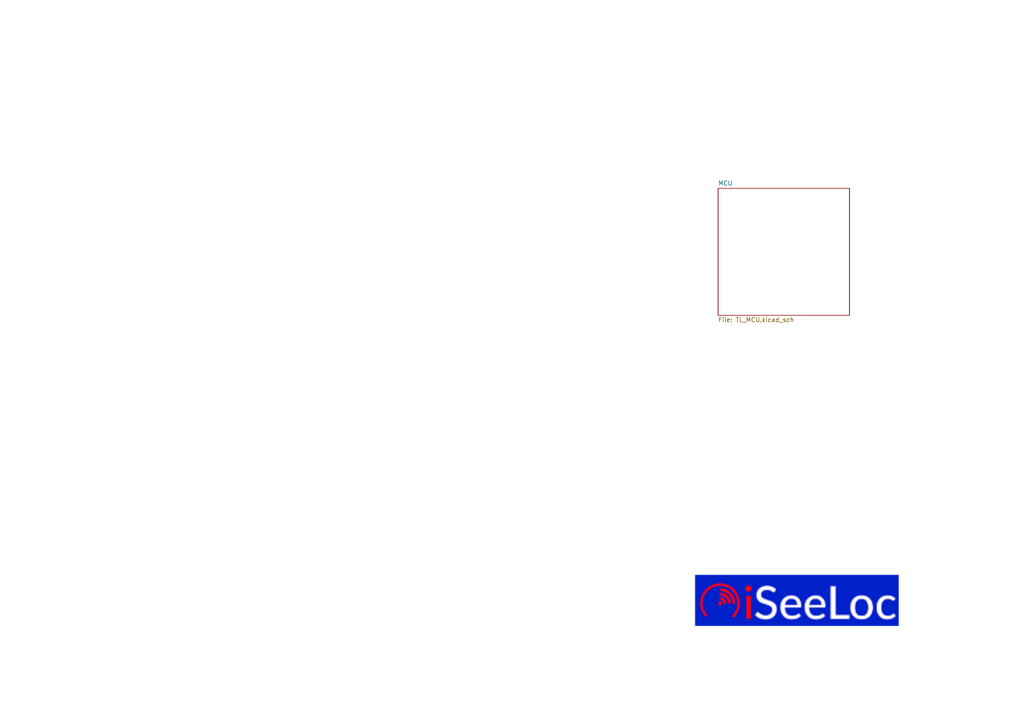
<source format=kicad_sch>
(kicad_sch
	(version 20231120)
	(generator "eeschema")
	(generator_version "8.0")
	(uuid "347476da-4c33-47fa-b78f-cac7ce401afd")
	(paper "A4")
	(lib_symbols)
	(image
		(at 231.14 173.99)
		(scale 3.98791)
		(uuid "3b13d52f-27c9-4db2-82c8-0009ae2be871")
		(data "Qk26XQAAAAAAADYAAAAoAAAAsQAAAC0AAAABABgAAAAAAIRdAAAAAAAAAAAAAAAAAAAAAAAA////"
			"yiAAyiAAyiAAyiAAyiAAyiAAyiAAyiAAyiAAyiAAyiAAyiAAyiAAyiAAyiAAyiAAyiAAyiAAyiAA"
			"yiAAyiAAyiAAyiAAyiAAyiAAyiAAyiAAyiAAyiAAyiAAyiAAyiAAyiAAyiAAyiAAyiAAyiAAyiAA"
			"yiAAyiAAyiAAyiAAyiAAyiAAyiAAyiAAyiAAyiAAyiAAyiAAyiAAyiAAyiAAyiAAyiAAyiAAyiAA"
			"yiAAyiAAyiAAyiAAyiAAyiAAyiAAyiAAyiAAyiAAyiAAyiAAyiAAyiAAyiAAyiAAyiAAyiAAyiAA"
			"yiAAyiAAyiAAyiAAyiAAyiAAyiAAyiAAyiAAyiAAyiAAyiAAyiAAyiAAyiAAyiAAyiAAyiAAyiAA"
			"yiAAyiAAyiAAyiAAyiAAyiAAyiAAyiAAyiAAyiAAyiAAyiAAyiAAyiAAyiAAyiAAyiAAyiAAyiAA"
			"yiAAyiAAyiAAyiAAyiAAyiAAyiAAyiAAyiAAyiAAyiAAyiAAyiAAyiAAyiAAyiAAyiAAyiAAyiAA"
			"yiAAyiAAyiAAyiAAyiAAyiAAyiAAyiAAyiAAyiAAyiAAyiAAyiAAyiAAyiAAyiAAyiAAyiAAyiAA"
			"yiAAyiAAyiAAyiAAyiAAyiAAyiAAyiAAyiAAyiAAyiAAyiAAyiAAyiAAyiAAyiAAyiAAyiAAyiAA"
			"yiAAyiAAyiAAyiAA////AP///8ogAMogAMogAMogAMogAMogAMogAMogAMogAMogAMogAMogAMog"
			"AMogAMogAMogAMogAMogAMogAMogAMogAMogAMogAMogAMogAMogAMogAMogAMogAMogAMogAMog"
			"AMogAMogAMogAMogAMogAMogAMogAMogAMogAMogAMogAMogAMogAMogAMogAMogAMogAMogAMog"
			"AMogAMogAMogAMogAMogAMogAMogAMogAMogAMogAMogAMogAMogAMogAMogAMogAMogAMogAMog"
			"AMogAMogAMogAMogAMogAMogAMogAMogAMogAMogAMogAMogAMogAMogAMogAMogAMogAMogAMog"
			"AMogAMogAMogAMogAMogAMogAMogAMogAMogAMogAMogAMogAMogAMogAMogAMogAMogAMogAMog"
			"AMogAMogAMogAMogAMogAMogAMogAMogAMogAMogAMogAMogAMogAMogAMogAMogAMogAMogAMog"
			"AMogAMogAMogAMogAMogAMogAMogAMogAMogAMogAMogAMogAMogAMogAMogAMogAMogAMogAMog"
			"AMogAMogAMogAMogAMogAMogAMogAMogAMogAMogAMogAMogAMogAMogAMogAMogAMogAMogAMog"
			"AMogAMogAMogAMogAMogAMogAMogAMogAMogAMogAP///wD////KIADKIADKIADKIADKIADKIADK"
			"IADKIADKIADKIADKIADKIADKIADKIADKIADKIADKIADKIADKIADKIADKIADKIADKIADKIADKIADK"
			"IADKIADKIADKIADKIADKIADKIADKIADKIADKIADKIADKIADKIADKIADKIADKIADKIADKIADKIADK"
			"IADKIADKIADKIADKIADKIADKIADKIADKIADKIADKIADKIADKIADKIADKIADKIADKIADKIADKIADK"
			"IADKIADKIADKIADKIADKIADKIADKIADKIADKIADKIADKIADKIADKIADKIADKIADKIADKIADKIADK"
			"IADKIADKIADKIADKIADKIADKIADKIADKIADKIADKIADKIADKIADKIADKIADKIADKIADKIADKIADK"
			"IADKIADKIADKIADKIADKIADKIADKIADKIADKIADKIADKIADKIADKIADKIADKIADKIADKIADKIADK"
			"IADKIADKIADKIADKIADKIADKIADKIADKIADKIADKIADKIADKIADKIADKIADKIADKIADKIADKIADK"
			"IADKIADKIADKIADKIADKIADKIADKIADKIADKIADKIADKIADKIADKIADKIADKIADKIADKIADKIADK"
			"IADKIADKIADKIADKIADKIADKIADKIADKIADKIADKIADKIADKIADKIADKIADKIADKIAD///8A////"
			"yiAAyiAAyiAAyiAAyiAAyiAAyiAAyiAAyiAAyiAAyiAAyiAAyiAAyiAAyiAAyiAAyiAAyiAAyiAA"
			"yiAAyiAAyiAAyiAAyiAAyiAAyiAAyiAAyiAAyiAAyiAAyiAAyiAAyiAAyiAAyiAAyiAAyiAAyiAA"
			"yiAAyiAAyiAAyiAAyiAAyiAAyiAAyiAAyiAAyiAAyiAAyiAAyiAAyiAAyiAAyiAAyiAAyiAAyiAA"
			"yiAAyiAAyiAAyiAAyiAAyiAAyiAAyiAAyiAAyiAAyiAAyiAAyiAAyiAAyiAAyiAAyiAAyiAAyiAA"
			"yiAAyiAAyiAAyiAAyiAAyiAAyiAAyiAAyiAAyiAAyiAAyiAAyiAAyiAAyiAAyiAAyiAAyiAAyiAA"
			"yiAAyiAAyiAAyiAAyiAAyiAAyiAAyiAAyiAAyiAAyiAAyiAAyiAAyiAAyiAAyiAAyiAAyiAAyiAA"
			"yiAAyiAAyiAAyiAAyiAAyiAAyiAAyiAAyiAAyiAAyiAAyiAAyiAAyiAAyiAAyiAAyiAAyiAAyiAA"
			"yiAAyiAAyiAAyiAAyiAAyiAAyiAAyiAAyiAAyiAAyiAAyiAAyiAAyiAAyiAAyiAAyiAAyiAAyiAA"
			"yiAAyiAAyiAAyiAAyiAAyiAAyiAAyiAAyiAAyiAAyiAAyiAAyiAAyiAAyiAAyiAAyiAAyiAAyiAA"
			"yiAAyiAAyiAAyiAA////AP///8ogAMogAMogAMogAMogAMogAMogAMogAMogAMogAMogAMogAMog"
			"AMogAMogAMogAMogAMogAMogAMogAMogAMogAMogAMogAMogAMogAMogAMogAMogAMogAMogAMog"
			"AMogAMogAMogAMogAMogAMogAMogAMogAMogAMogAMogAMogAMogAMogAMogAMogAMogAMogAMog"
			"AMogAMogAMogAMogAMogAMogAMogAMofAMofAMofAMofAMofAMofAMogAMogAMogAMogAMogAMog"
			"AMogAMogAMogAMogAMogAMogAMogAMogAMogAMogAMofAMofAMofAMofAMofAMofAMogAMogAMog"
			"AMogAMogAMogAMogAMogAMogAMogAMogAMogAMogAMogAMogAMofAMofAMofAMofAMofAMofAMog"
			"AMogAMogAMogAMogAMogAMogAMogAMogAMogAMogAMogAMogAMogAMogAMogAMogAMogAMogAMog"
			"AMogAMogAMogAMogAMogAMogAMogAMogAMogAMogAMogAMogAMogAMofAMofAMofAMofAMofAMof"
			"AMogAMogAMogAMogAMogAMogAMogAMogAMogAMogAMogAMogAMogAMogAMogAMogAMogAMofAMof"
			"AMofAMofAMofAMogAMogAMogAMogAMogAMogAMogAP///wD////KIADKIADKIADKIADKIADKIADK"
			"IADKIADKIADKIADKIADKIADKIADKIADKIADKIADKIADKIADKIADKIADKIADKIADKIADKIADKIADK"
			"IADKIADKIADKIADKIADKIADKIADKIADKIADKIADKIADKIADKIADKIADKIADKIADKIADKIADKIADO"
			"IADOIADOIADOIADKIADKIADKIADKIADKIADKIADKIADKIADJHADJHQDOLw7USD7XV1DVTEPPNBzJ"
			"HwDJHQDKHwDKIADKIADKIADKIADKIADKIADKIADKIADKIADKIADKIADKIADKHwDIHADKIADPNR7T"
			"RTnURDjQNiDLIgDIHADJHwDKIADKIADKIADKIADKIADKIADKIADKIADKIADKIADKIADKHwDIHADL"
			"IwDROijTRTnTQzbPMRTKHwDIHADKHwDKIADKIADKIADKIADKIADKIADKIADJHgDJHQDJHQDJHQDJ"
			"HQDJHQDJHQDJHQDJHQDJHQDJHQDJHQDJHQDJHQDJHQDJHQDKHgDKIADKIADKIADKIADKIADKIADJ"
			"HADKHwDPNBvTRDjURDjQOCTKIQDJHADKHwDKIADKIADKIADKIADKIADKIADKIADKIADKIADKIADK"
			"IADKIADKIADJHQDJHgDPNR7URDjTQzfOMxnKHwDJHADKIADKIADKIADKIADKIADKIAD///8A////"
			"yiAAyiAAyiAAyiAAyiAAyiAAyiAAyiAAyiAAyiAAyiAAyiAAyiAAyiAAyiAAyiAAyiAAyiAAyiAA"
			"yiAAyiAAyiAAyiAAyiAAyiAAyiAAyiAAyiAAyiAAyiAAyiAAyiAAyyAAyyAAyiAAyiAAyiAAyiAA"
			"yiAAyiAAyiAAyiAAyiAAySAAKwDdHwDsHwDsKwDgxx8AyiAAyiAAyiAAyiAAyh8AyiAA2WBa7LCw"
			"99/f/fj4/////////////vr6+OPj7LKy1lJKyh8AyiAAyiAAyiAAyiAAyiAAyiAAyiAAyiAAyiAA"
			"yh8AyiEA2WJd7rm5+ebn/vv7/////////vv7+uzs8cjI4oiHzzEVyR4AyiAAyiAAyiAAyiAAyiAA"
			"yiAAyiAAyh8AzCUA33d18MTE+u3t/vz8/////////fn5+efn77+/33Z0zCcAyh8AyiAAyiAAyiAA"
			"yiAAyR0A5I+N+OPj+OPj+OPj+OPj+OPj+OPj+OPj+OPj+OPj+OPj+OPj+OPj+OPj+OPj+OPj5ZWU"
			"yR0AyiAAyiAAyh8AyiAA2WFc7re3+OXl/vr6/////////vz8+uzs8MLC3XFuyiEAyh8AyiAAyiAA"
			"yiAAyiAAyiAAyiAAyiAAyiAAyiAAyR0A1Eg+66ur+OPj/vr6/////////vr6+ebm7rq63GpnyyIA"
			"yh8AyiAAyiAAyiAA////AP///8ogAMogAMogAMogAMogAMogAMogAMogAMsgAMcfAMogAMogAMog"
			"AMogAMogAMogAMogAMogAMogAMogAMogAMogAMogAMogAMogAMogAMogAMogAMogAMogAMogAMsg"
			"AJQUV40TYMsgAMogAMogAMogAMogAMogAMogAMogAMogAMkfABsA9hIA/xIA/x0A9scfAMogAMog"
			"AMogAMofANVLQfTS0////////////////////////////////////////////+mkpMwoAMofAMog"
			"AMogAMogAMogAMogAMogAMofAM8xE+24uP////////////////////////////////////////vz"
			"891vbcoiAMogAMogAMogAMogAMogAMkeANNCNvTT1P//////////////////////////////////"
			"//////jj49dTS8ogAMogAMogAMogAMkdAOeenP//////////////////////////////////////"
			"/////////////////////+ilpMkcAMogAMofAM8yFu65uf/+/v//////////////////////////"
			"//////////TV1tE9LMofAMogAMogAMogAMogAMogAMogAMofAMshAOGCgP33+P//////////////"
			"//////////////////////HJydE7KsofAMogAMogAP///wD////KIADKIADKIADKIADKIADKIADK"
			"IADMIACOE15AAL/JHwDKIADKIADKIADKIADKIADKIADKIADKIADKIADKIADKIADKIADKIADKIADK"
			"IADKIADKIADKIADKIADKIACZFVETAP8TAP+VFVXLIADKIADKIADKIADKIADKIADKIADKIADJHwAb"
			"APYSAP8SAP8dAPbHHwDKIADKIADIHADihYP//v7/////////////////////////////////////"
			"///////////////22trJHgDKIADKIADKIADKIADKIADKHwDKIAD34eH////////////////////8"
			"9/b77u7++/r////////////////////ooKDJHgDKIADKIADKIADKHwDQOSb89PT/////////////"
			"///////88/L77/D+/f3//////////////////v7ddHLJHgDKIADKIADJHQDnnpz/////////////"
			"///////////////////////////////////////////////opaTJHADKHwDLJQD34eH/////////"
			"/////////v766ur56Oj+/Pz////////////////+/f3SQjXKIADKIADKIADKIADKIADKIADJHQDk"
			"kI/////////////////////89PT34uP67e3////////////////77u7PNh/KHwDKIAD///8A////"
			"yiAAyiAAyiAAyiAAyiAAyiAAyyAAoRdFFQD/EgD/gxBuyyAAyiAAyiAAyiAAyiAAyiAAyiAAyiAA"
			"yiAAyiAAyiAAyiAAyiAAyiAAyiAAyiAAyiAAyiAAyiAAyiAAxh8AXgSbEwD/GgD0qhk2yiAAyiAA"
			"yiAAyiAAyiAAyiAAyiAAyR8AGwD2EgD/EgD/HQD2xx8AyiAAyh8A1U1E/vv7////////////////"
			"9tzc4IB+11RN1EU61U1D3W9s8MHB//////////////7+7LKyyiAAyiAAyiAAyiAAyiAAyyMA9NLS"
			"////////////+uvr3G1pzzESyyUAyyMAzCYA0Dgj4Hp4+OXl////////4H58yh4AyiAAyiAAyiAA"
			"ziwB+erq////////////9NXV2FlTzSwAyyQAyyMAzCgA0kAy5I+O+/Hx////////11hSyh8AyiAA"
			"yiAAyR0A556c////////////+eXl5JCP5JCP5JCP5JCP5JCP5JCP5JCP5JCP5JCP5JCP5JCP2WJd"
			"yh4Ayh8A8snJ////////////9tvb2FlSzCkAyyIAyyEAzCcA1Ec8887O////////////9tnayyQA"
			"yh8AyiAAyiAAyiAAyh8A2mJe/v39//////////7/6qur0TsqyyQAyyEAyiIAzzIV4H99/vv7////"
			"9djYzCgAyh8AyiAA////AP///8ogAMogAMogAMogAMogAMogAMQeAC0A2BMA/00Ar8kfAMogAMog"
			"AMogAMogAMogAMogAMogAMogAMogAMogAMogAMogAMogAMogAMogAMogAMogAMogAMogAMogAMog"
			"AMcfADYAyxIA/zYAzM0gAMogAMogAMogAMogAMogAMogAMkfABsA9hIA/xIA/x0A9scfAMogAMog"
			"AMkeAPDBwv////////ji491yb8ohAMkeAMofAMogAMofAMoeAMofAN1ua/329v///////////9VO"
			"RMofAMogAMogAMoeANpkX//9/f////////np6dA5JckeAMogAMogAMogAMogAMogAMkdAM0rAOSO"
			"juaamcsiAMogAMogAMogAMkeAOaXlv////////////PQ0MwoAMofAMogAMogAMogAMogAMofAMkd"
			"ANA4JOigoN96eMofAMogAMogAMogAMkdAOeenP////////////LIyMkdAMkdAMkdAMkdAMkdAMkd"
			"AMkdAMkdAMkdAMkdAMkdAMkeAMkeANpgW/78/P////////rq6s81HsoeAMogAMogAMogAMogAMof"
			"AMwoAPLLy////////////+aXl8ofAMogAMogAMofAMofAPTS0v///////////+ijo8kcAMofAMog"
			"AMogAMogAMogAMkeANNBM+utrdRHO8ofAMogAMogAP///wD////KIADKIADKIADKIADKIADLIABo"
			"B44SAP8ZAPbCHgDKIADKIADKIADKIADKIADKIADKIADKIADKIADKIADKIADKIADKIADKIADKIADK"
			"IADKIADKIADKIADKIADKIADKIADKIADJHwAeAO4SAP+GEWnLIADKIADKIADKIADKIADKIADJHwAb"
			"APYSAP8SAP8dAPbHHwDKIADKIADKIADTRDj77+/z0NDNKwDKHwDKIADKIADKIADKIADKIADKIADK"
			"IADKHgDllZT////////////ppqXJHQDKIADKIADKIgD339/////////+/PzUS0HKHgDKIADKIADK"
			"IADKIADKIADKIADKIADKIADKHwDJHgDKIADKIADKIADKIADPMhb+/Pz////////77u7LJQDKHwDK"
			"IADKIADKIADKIADKIADKIADKIADKIADJHgDKHwDKIADKIADKIADKIADJHQDnnpz////////////y"
			"ycnKHwDKIADKIADKIADKIADKIADKIADKIADKIADKIADKIADKIADLJAD56ur////////+/PzWUUrJ"
			"HgDKIADKIADKIADKIADKIADKIADKHwDTRzz////////////55+fKIADKIADKIADKHwDYXFb/////"
			"///////45OTLIwDKIADKIADKIADKIADKIADKIADKIADKHwDJHQDKHwDKIADKIADKIAD///8A////"
			"yiAAyiAAyiAAyiAAyiAAzSAAIADqEwD/kxRYyyAAyiAAyiAAyiAAyiAAyiAAyiAAyiAAyiAAyiAA"
			"yiAAyiAAyiAAyiAAyiAAyiAAyiAAyiAAyiAAyiAAyiAAyiAAyiAAyiAAyyAAdAyAEgD/GwDzwx4A"
			"yiAAyiAAyiAAyiAAyiAAyR8AGwD2EgD/EgD/HQD2xx8AyiAAyiAAyiAAyh8AyyQAyiEAyh8AyiAA"
			"yiAAyiAAyiAAyiAAyiAAyiAAyiAAyh8AzCkA+/Hx////////+efnyyMAyiAAyiAA1Ec9////////"
			"////8szMyBwAyiAAyiAAyiAAyiAAyiAAyiAAyiAAyiAAyiAAyiAAyiAAyiAAyiAAyiAAyh8A3W9t"
			"////////////6qqpyh0AyiAAyiAAyiAAyiAAyiAAyiAAyiAAyiAAyiAAyiAAyiAAyiAAyiAAyiAA"
			"yiAAyR0A556c////////////8snJyh8AyiAAyiAAyiAAyiAAyiAAyiAAyiAAyiAAyiAAyiAAyiAA"
			"0kAy////////////+OPjyh8AyiAAyiAAyiAAyiAAyiAAyiAAyiAAyiAAyyIA9+Hh/////////vz8"
			"00Q4yh8AyiAAyR8A7be4////////////4YB/yR4AyiAAyiAAyiAAyiAAyiAAyiAAyiAAyiAAyiAA"
			"yiAAyiAAyiAAyiAA////AP///8ogAMogAMogAMogAMsgAH8PcxMA/y4A1dAhAMogAMogAMogAMog"
			"AMogAMogAMogAMogAMogAMogAMogAMogAMogAMogAMogAMogAMogAMogAMogAMogAMogAMogAMog"
			"AMogAMogAMQfACMA5RMA/5YVVMsgAMogAMogAMogAMogAMkfABsA9hIA/xIA/x0A9scfAMogAMog"
			"AMogAMogAMogAMogAMogAMogAMogAMogAMogAMogAMogAMogAMogAMogAMgcAPTT0/////////79"
			"/c81HsogAMofAN94dv///////////+WSkcofAMogAMogAMogAMogAMogAMogAMogAMogAMogAMog"
			"AMogAMogAMogAMogAMkdAOmiov///////////9lgW8ogAMogAMogAMogAMogAMogAMogAMogAMog"
			"AMogAMogAMogAMogAMogAMogAMogAMkdAOeenP////////////LJycofAMogAMogAMogAMogAMog"
			"AMogAMogAMogAMogAMogAMofANtoZf///////////+/AwMofAMogAMogAMogAMogAMogAMogAMog"
			"AMogAMkeAOSRkP///////////+KJiMkeAMogAMoeAPfd3f///////////9RJPsofAMogAMogAMog"
			"AMogAMogAMogAMogAMogAMogAMogAMogAMogAMogAP///wD////KIADKIADKIADKIADIHwAlAOMS"
			"AP9zC4LKIADKIADKIADKIADKIADKIADKIADKIADKIADKIADKIADKIADKIADKIADKIADKIADKIADK"
			"IADKIADKIADKIADKIADKIADKIADKIADKIADNIABuCocSAP9GALfNIADKIADKIADKIADKIADJHwAb"
			"APYSAP8SAP8dAPbHHwDKIADKIADKIADKIADKIADKIADKIADKIADKIADKIADKIADKIADKIADKIADK"
			"IADKIADIHADz0dH////////////SQDLKIADJHQDnm5r////////////aYV3KHwDKHwDKHwDKHwDK"
			"HwDKHwDKHwDKHwDKHwDKHwDKHwDKHwDKHwDKIADKIADIHADwwcH//////////v7QNiHKHwDKHwDK"
			"HwDKHwDKHwDKHwDKHwDKHwDKHwDKHwDKHwDKHwDKHwDKIADKIADKIADJHQDnnpz////////////y"
			"ycnKHwDKIADKIADKIADKIADKIADKIADKIADKIADKIADKIADJHgDih4b////////////mmJjKHwDK"
			"IADKIADKIADKIADKIADKIADKIADKIADKHgDYW1X////////////uu7vJHgDKIADKHwD56Oj/////"
			"///////PMhfKIADKIADKIADKIADKIADKIADKIADKIADKIADKIADKIADKIADKIADKIAD///8A////"
			"yiAAyiAAyiAAyiAAux0SFgD/FQD/tRwhyiAAyiAAyiAAyiAAyiAAyiAAyiAAyiAAyiAAyiAAyiAA"
			"yiAAyiAAyiAAyiAAyiAAyiAAyiAAyiAAyiAAyiAAyiAAyiAAyiAAyiAAyiAAyiAApxk7EgD/FgD9"
			"vx0AyiAAyiAAyiAAyiAAyR8AGwD2EgD/EgD/HQD2xx8AyiAAyiAAyiAAyiAAyiAAyiAAyiAAyiAA"
			"yiAAyiAAyiAAyiAAyiAAyiAAyiAAyh8AzSwA/PX1////////////0TwryiAAyRwA6qys////////"
			"////2WBazzIWzzIWzzIWzzIWzzIWzzIWzzIWzzIWzzIWzzIWzzIWzzIWzCkAyR8AyiAAyBwA89LS"
			"/////////Pf30T4wzzIWzzIWzzIWzzIWzzIWzzIWzzIWzzIWzzIWzzIWzzIWzzIWyyUAyh8AyiAA"
			"yiAAyR0A556c////////////8snJyh8AyiAAyiAAyiAAyiAAyiAAyiAAyiAAyiAAyiAAyiAAyR0A"
			"5pqa////////////4YaEyh8AyiAAyiAAyiAAyiAAyiAAyiAAyiAAyiAAyh8A1Ek///39////////"
			"8tDQyiAAyiAAyyIA++7u////////////zSsAyiAAyiAAyiAAyiAAyiAAyiAAyiAAyiAAyiAAyiAA"
			"yiAAyiAAyiAAyiAA////AP///8ogAMogAMogAMsgAKEXRhMA/y0A180gAMogAMogAMogAMogAMog"
			"AMogAMogAMogAMogAMogAMogAMogAMogAMogAMogAMogAMogAMogAMogAMogAMogAMogAMogAMog"
			"AMogAMogAMogAMEeABYA/xIA/6EXRcogAMogAMogAMogAMkfABsA9hIA/xIA/x0A9scfAMogAMog"
			"AMogAMogAMogAMogAMogAMogAMogAMogAMogAMogAMogAMogAMofAMsjAPDExP////////////rt"
			"7cwmAMogAMgcAOyysv////////////77+/35+v35+v35+v35+v35+v35+v35+v35+v35+v35+v35"
			"+v35+vzz89E+LsogAMkdAPXY2P////////////36+v35+v35+v35+v35+v35+v35+v35+v35+v35"
			"+v35+v35+v36+vfg4MslAMogAMogAMkdAOeenP////////////LJycofAMogAMogAMogAMogAMog"
			"AMogAMogAMogAMogAMogAMkdAOebmv///////////+GHhcofAMogAMogAMogAMogAMogAMogAMog"
			"AMogAMofANRKP//+/v////////LQ0MogAMogAMsjAPvu7v///////////80qAMogAMogAMogAMog"
			"AMogAMogAMogAMogAMogAMogAMogAMogAMogAMogAP///wD////KIADKIADKIADMIACDEG4SAP9R"
			"AKrPIQDKIADKIADKIADKIADKIADKIADKIADKIADKIADKIADKIADKIADCHgCmGT27HBDKIADKIADK"
			"IADKIADKIADKIADKIADKIADKIADKIADKIADKIADKIAAtANgSAP+FEWrKIADKIADKIADKIADJHwAb"
			"APYSAP8SAP8dAPbHHwDKIADKIADKIADKIADKIADKIADKIADKIADKIADKIADKIADKHwDJHgDMKADY"
			"W1X12Nn////////////////ppKTJHQDKIADJHQDqp6f//////////////v7//v7//v7//v7//v7/"
			"/v7//v7//v7//v7//v7//v7////////////VT0bKIADIHADzzc3//////////////v7//v7//v7/"
			"/v7//v7//v7//v7//v7//v7//v7//v/////////89vbNKwDKIADKIADJHQDnnpz////////////y"
			"ycnKHwDKIADKIADKIADKIADKIADKIADKIADKIADKIADKIADJHQDjiYj////////////mmJfKHwDK"
			"IADKIADKIADKIADKIADKIADKIADKIADJHgDYXFX////////////uvLzJHgDKIADKHwD56Oj/////"
			"///////PMhfKIADKIADKIADKIADKIADKIADKIADKIADKIADKIADKIADKIADKIADKIAD///8A////"
			"yiAAyiAAyiAAzSAAagmMEgD/aAePzSAAyiAAyiAAyiAAyiAAyiAAyiAAyiAAyiAAyiAAyiAAyiAA"
			"zyEANADOEgD/FgD+vB0MyyAAzCAAyyAAyiAAzSAAziAAzCAAyiAAziEAziEAyyAAzCAASgCyEgD/"
			"cguDyyAAyiAAyiAAyiAAyR8AGwD2EgD/EgD/HQD2xx8AyiAAyiAAyiAAyiAAyiAAyiAAyiAAyiAA"
			"yh8AyR8AyR4A0j4t6KGi/PT0/////////////////////v390TomyiAAyiAAyR4A5I6N////////"
			"////4oeF0kI10kI10kI10kI10kI10kI10kI10kI10kI133x6////////////1EY8yiAAyBwA7ba1"
			"////////////2GBb0kI10kI10kI10kI10kI10kI10kI10kI10kEz55+f////////+/HxzCcAyiAA"
			"yiAAyR0A556c////////////8snJyh8AyiAAyiAAyiAAyiAAyiAAyiAAyiAAyiAAyiAAyiAAyh8A"
			"3Gtn////////////77+/yh8AyiAAyiAAyiAAyiAAyiAAyiAAyiAAyiAAyR4A442M////////////"
			"5I6MyR4AyiAAyR4A9t3d////////////00U5yiAAyiAAyiAAyiAAyiAAyiAAyiAAyiAAyiAAyiAA"
			"yiAAyiAAyiAAyiAA////AP///8ogAMogAMogAM4gAGIFlxIA/3ELg8wgAMogAMogAMogAMogAMog"
			"AMogAMogAMogAMogAMogAMogAMMeABcA/BIA/xMA/5kWUHwOdkYAuGAFmM8hAF4EmyoA22YHkMUf"
			"ACoA2yQA5IsSZM4gAFcBoxIA/2sIi8sgAMogAMogAMogAMkfABsA9hIA/xIA/x0A9scfAMogAMog"
			"AMogAMogAMogAMogAMofAMkeANRFOuusrPjh4f77+/////////////////////////zz9NZTSsof"
			"AMogAMogAMofANhdV////////////+mkpMkdAMofAMofAMofAMofAMofAMofAMofAMoeAN51cv//"
			"//////34+c4uCMogAMoeAOKHhv///////////950csofAMofAMofAMofAMofAMofAMofAMofAMkc"
			"AOigoP////////XW1sofAMogAMogAMkdAOeenP////////////LJycofAMogAMogAMogAMogAMog"
			"AMogAMogAMogAMogAMogAMofANNCNf////////////ji4sofAMogAMogAMogAMogAMogAMogAMog"
			"AMogAMsiAPff3/////////79/dRIPcofAMogAMofAO24uP///////////+B8eskeAMogAMogAMog"
			"AMogAMogAMogAMogAMogAMogAMogAMogAMogAMogAP///wD////KIADKIADKIADOIABmB5ESAP9t"
			"CYnNIADKIADKIADKIADKIADKIADKIADKIADKIADKIADKIADKIADOIAA5AMgSAP8gAOq+HQQ4AMkS"
			"AP9IALXRIQA1AM0SAP9gBZjAHgAVAP8SAP+IEWfOIABRAKsSAP9vCofLIADKIADKIADKIADJHwAb"
			"APYSAP8SAP8dAPbHHwDKIADKIADKIADKIADKIADKHgDTQzbuubn/////////////////////////"
			"/////////f7ww8PTSDzJHgDKIADKIADKIADKIADNKwD78fH////////34eHKIADKHwDKIADKIADK"
			"IADKIADKIADKIADJHADssbH////////zzs/JHgDKIADKIADURTr//v7////////xxcXJHADKIADK"
			"IADKIADKIADKIADKIADKHwDJHgD01tb////////on57JHQDKIADKIADJHQDnnpz////////////y"
			"ycnKHwDKIADKIADKIADKIADKIADKIADKIADKIADKIADKIADKIADMJQD56ur////////++/vWUkrK"
			"HgDKIADKIADKIADKIADKIADKIADKHwDTRzv////////////56OjKIQDKIADKIADKHwDZX1r//v7/"
			"///////12dnLJADKIADKIADKIADKIADKIADKIADKIADKIADKHwDKIADKIADKIADKIAD///8A////"
			"yiAAyiAAyiAAzSAAeQ16EgD/WwOeziAAyiAAyiAAyiAAyiAAyiAAyiAAyiAAyiAAyiAAyiAAyiAA"
			"yiAAyR8ApRg/xh8AjRNgFAD/EwD/lRVWwR4AGAD4EwD/hhFqrRoyEgD/EgD/mRZPyyAAOQDJEgD/"
			"fQ91yyAAyiAAyiAAyiAAyR8AGwD2EgD/EgD/HQD2xx8AyiAAyiAAyiAAyiAAyh8A1E5E/PLy////"
			"//////////////////////39+/Dw8MbG1U5GyR0AyiAAyiAAyiAAyiAAyiAAyiAAyR0A4oeG////"
			"////////556dyiAAyh8AyiAAyiAAyiAAyiAAyh8A00U5/vn5////////4Hp4yR4AyiAAyiAAyR8A"
			"78DA//////////392mRfyh8Ayh8AyiAAyiAAyiAAyiAAyh8A3nVz////////////1lJKyh8AyiAA"
			"yiAAyR0A556c////////////8snJyh8AyiAAyiAAyiAAyiAAyiAAyiAAyiAAyiAAyiAAyiAAyiAA"
			"yR4A22pm//39////////+/Dvzi4Kyh8AyiAAyiAAyiAAyiAAyh8AyyMA8cbG////////////6KKh"
			"yh8AyiAAyiAAyiAAyR4A9NXW////////////5pmXyR4Ayh8AyiAAyiAAyiAAyh8Ayh8AzCQAzzYe"
			"yiAAyiAAyiAAyiAA////AP///8ogAMogAMogAMsgAJYVVRMA/zsAxc8hAMogAMogAMogAMogAMog"
			"AMogAMogAMogAMogAMogAMogAMogAMwgAJsWTkEAvxUA/xIA/ycA4csgAHcMfBIA/xUA/7MbJ4IQ"
			"bhIA/xIA/7MbJ8YfABsA9BIA/5YVVMogAMogAMogAMogAMkfABsA9hIA/xIA/x0A9scfAMogAMog"
			"AMogAMofAM8yGPzz8/////////////////////77++/CwtlgWs0qAMogAMofAMogAMogAMogAMog"
			"AMogAMogAMogAMofAMwoAPvv7/////////79/eaYlsogAMkcAMofAMkeAMgcANNHPPrq6v//////"
			"//34+M4tAcogAMogAMogAMofANA4I/35+f////////34+N1xb8kdAMkdAMofAMkdAMkdANtqZv32"
			"9v////////TU1MsiAMogAMogAMogAMkdAOeenP////////////LJycofAMogAMogAMogAMogAMog"
			"AMogAMogAMogAMogAMogAMogAMogAMogAPXW1v////////////ff39VPRsgcAMgbAMgcAMgcANA5"
			"JvPPz/////////////ff4MslAMofAMogAMogAMogAMofANlgW/////////////77++yysswpAMgb"
			"AMgcAMgcAMkeANlhXPno6P3399tqZsoeAMogAMogAP///wD////KIADKIADKIADKIACzGycVAP8a"
			"APXBHgDKIADKIADKIADKIADKIADKIADKIADKIADKIADKIADKIADKIADOIABfBZoSAP8SAP8rANqw"
			"GizCHgAhAOcSAP8wANTNIABEALoSAP8jAOfHHwCyGygTAP8UAP+1HCLKIADKIADKIADKIADJHwAb"
			"APYSAP8SAP8dAPbHHwDKIADKIADKIADJHgDppKT////////////////55ubhgX/PNR7KHgDJHgDK"
			"IADKIADKIADKIADKIADKIADKIADKIADKIADKIADKIADKHwDSPzH66en////////////34ODrrq7l"
			"k5Pnm5vww8P+/Pz////////89fXWUUjKHwDKIADKIADKIADKIADKHwDaZWH89PX////////////0"
			"1NTqqKflkpLooqHzzs7////////////66uvPMhXKHwDKIADKIADKIADJHQDnnpz////////////y"
			"ycnKHwDKIADKIADKIADKIADKIADKIADKIADKIADKIADKIADKIADKIADKHwDQNyL33d7/////////"
			"///++/v12Njvv7/vvr700tL++/v////////////88vHWUEjKHwDKIADKIADKIADKIADKIADKHwDi"
			"iIf//f3////////////77+/xxsbtsrLuubn33d7//v7////////34eHLIwDKHwDKIAD///8A////"
			"yiAAyiAAyiAAyiAAxB4AGgD0EgD/jhNfyiAAyiAAyiAAyiAAyiAAyiAAyiAAyiAAyiAAyiAAyiAA"
			"yiAAzSAAbgqHLADaZweQwx8AuRwXKwDaEgD/GAD5sRsqrBkzFgD+EwD/fxBxziAAhhFpEgD/LQDX"
			"yiAAyiAAyiAAyiAAyiAAyR8AGwD2EgD/EgD/HQD2xx8AyiAAyiAAyiAAzSsA/fb3////////////"
			"9dfXzi0DyR4AyiAAyiAAyiAAyiAAyiAAyiAAyiAAyiAAyiAAyiAAyiAAyiAAyiAAyiAAyiAAyh8A"
			"00U49dfX////////////////////////////////////+urq22hkyR4AyiAAyiAAyiAAyiAAyiAA"
			"yiAAyR4A2mNe+eXl////////////////////////////////////9tzc00U6yh8AyiAAyiAAyiAA"
			"yiAAyR0A556c////////////8snJyh8AyiAAyiAAyiAAyiAAyiAAyiAAyiAAyiAAyiAAyiAAyiAA"
			"yiAAyiAAyh8A0Dcj887N//7+//////////////////////////////////7+9tvc00U4yh4AyiAA"
			"yiAAyiAAyiAAyiAAyiAAyiAAyh8A4oWE++/v////////////////////////////////////+efn"
			"2mRgyR4AyiAAyiAA////AP///8ogAMogAMogAMogAMsgAFcBoxIA/0IAvc4gAMogAMogAMogAMog"
			"AMogAMogAMogAMogAMogAMogAMogAMogAM8gANMhANEhAIwTYhgA+hIA/xIA/3UMf84gAC4A1hIA"
			"/x4A7skgAM8hADsAxhIA/3wOdcwgAMogAMogAMogAMogAMgfABoA9xIA/xIA/xoA/ccfAMogAMog"
			"AMogANNDNv////////////rs7MshAMofAMogAMogAMogAMogAMogAMogAMogAMogAMogAMogAMog"
			"AMogAMogAMogAMogAMogAMogAMofAMofANxua/rs7P////////////////////79/emnp8wpAMof"
			"AMogAMogAMogAMogAMogAMogAMogAMogAMofAMskAOSPjv339/////////////////////35+eKI"
			"hssiAMofAMogAMogAMogAMogAMogAMkdAOeenP////////////LJycofAMogAMogAMogAMogAMog"
			"AMogAMogAMogAMogAMogAMogAMogAMogAMogAMofAMoeANldV/ff4P//////////////////////"
			"//nq6t52dMkdAMofAMogAMogAMogAMogAMogAMogAMogAMogAMogAMofAM4sAuqpqf//////////"
			"//////////////339+aYl8skAMofAMogAMogAMogAP///wD////KIADKIADKIADKIADKIAC6HRMY"
			"APoYAPm4HBvLIADKIADKIADKIADKIADKIADKIADKIADKIADKIADKIADNIAB6Dng3AMsiAOgTAP8S"
			"AP8TAP98DnfLIABeBJoUAP8SAP98DnXLIACYFVIUAP8WAP+4HBnKIADKIADKIADKIADKIADKIAC6"
			"HBy4HCC4HCC6HBzKHwDKIADKIADKIADVTET////////////yyMjIGwDKIADKIADKIADKIADKIADK"
			"IADKIADKIADKIADKIADKIADKIADKIADKIADKIADKIADKIADKIADKIADKHwDJHgDLJADROSbWUEjY"
			"WlTXV1HTRDfNKwDKHwDKHwDKIADKIADKIADKIADKIADKIADKIADKIADKIADKIADKHwDJHgDMJwDS"
			"Pi/XVE3YWlTXVU7SPi/MJwDJHgDKHwDKIADKIADKIADKIADKIADKIADJHQDnnpz////////////y"
			"ycnKHwDKIADKIADKIADKIADKIADKIADKIADKIADKIADKIADKIADKIADKIADKIADKIADKHwDJHgDL"
			"IgDPNBvVSkHYWVPYWlTWT0bQOCTMJADJHgDKIADKIADKIADKIADKIADKIADKIADKIADKIADKIADK"
			"IADKIADKHwDKHwDNKwDTQjTXVk/YWlTXVk/SPzHMKQDJHgDKHwDKIADKIADKIADKIAD///8A////"
			"yiAAyiAAyiAAyiAAyiAAzyEARwC3EgD/NgDLyB8AyiAAyiAAyiAAyiAAyiAAyiAAyiAAyiAAyiAA"
			"yiAAziEAVgGlEgD/EgD/FgD9OgDGoxhDyB8AZweREgD/EgD/SwCxzSAAzSAANADOEgD/UQCryiAA"
			"yiAAyiAAyiAAyiAAyiAAyiAAyiAAyiAAyiAAyiAAyiAAyiAAyiAAyiAA1Ec8////////////8snJ"
			"yBsAyiAAyiAAyiAAyiAAyiAAyiAAyiAAyiAAyiAAyiAAyiAAyiAAyiAAyiAAyiAAyiAAyiAAyiAA"
			"yiAAyiAAyiAAyiAAyiAAyh8Ayh8Ayh8AyiAAyiAAyiAAyiAAyiAAyiAAyiAAyiAAyiAAyiAAyiAA"
			"yiAAyiAAyiAAyiAAyiAAyiAAyiAAyh8Ayh8Ayh8AyiAAyiAAyiAAyiAAyiAAyiAAyiAAyiAAyiAA"
			"yiAAyR0A556c////////////8snJyh8AyiAAyiAAyiAAyiAAyiAAyiAAyiAAyiAAyiAAyiAAyiAA"
			"yiAAyiAAyiAAyiAAyiAAyiAAyiAAyiAAyiAAyh8Ayh8Ayh8AyiAAyiAAyiAAyiAAyiAAyiAAyiAA"
			"yiAAyiAAyiAAyiAAyiAAyiAAyiAAyiAAyiAAyiAAyiAAyiAAyh8Ayh8Ayh8AyiAAyiAAyiAAyiAA"
			"yiAAyiAAyiAAyiAA////AP///8ogAMogAMogAMogAMogAMogALAaKxYA/hMA/4oSZcwgAMogAMog"
			"AMogAMogAMogAMogAMogAMogAMogAM0gAG8Khj8AwXAKhbccHNEhALwdBzQAzhIA/xIA/y8A1MUf"
			"AMsgAG8KhhIA/x4A7cogAMogAMogAMogAMogAMogAMogAMogAMogAMsgAMsgAMogAMogAMogAMog"
			"AMogAM4uCv77+/////////rq68ogAMofAMogAMogAMogAMogAMogAMogAMofAMofAMogAMofAMog"
			"AMogAMogAMogAMogAMogAMogAMogAMogAMogAMogAMogAMogAMogAMogAMogAMogAMogAMogAMog"
			"AMogAMogAMogAMogAMogAMogAMogAMogAMogAMogAMogAMogAMogAMogAMogAMogAMogAMogAMog"
			"AMogAMogAMogAMogAMogAMogAMogAMkdAOeenP////////////LJycofAMogAMogAMogAMogAMog"
			"AMogAMogAMogAMogAMogAMogAMogAMogAMogAMogAMogAMogAMogAMogAMogAMogAMogAMogAMog"
			"AMogAMogAMogAMogAMogAMogAMogAMogAMogAMogAMogAMogAMogAMogAMogAMogAMogAMogAMog"
			"AMogAMogAMogAMogAMogAMogAMogAMogAMogAMogAP///wD////KIADKIADKIADKIADKIADKIADM"
			"IAB6DXgSAP8XAP2aFk7LIADKIADKIADKIADKIADKIADKIADKIADKIADKIADNIADOIADAHgCOE18+"
			"AMIXAPoSAP8SAP9EALrCHgDNIACVFVUVAP8SAP+DEG3LIADKIADKIADKIADKIADKIADKIADKIAC2"
			"HChvCY57DX7JHwDKIADKIADKIADKIADJHgDtt7f////////////uubnKHwDKHwDKIADKIADKIADK"
			"IADKHgDKIQDnmpn55+ffeHXJHgDKIADKIADKIADKIADKIADKIADKIADKIADKIADKIADKIADKIADK"
			"IADKIADKIADKIADKIADKIADKIADKIADKIADKIADKIADKIADKIADKIADKIADKIADKIADKIADKIADK"
			"IADKIADKIADKIADKIADKIADKIADKIADKIADKIADKIADKIADKIADKIADJHQDnnpz////////////y"
			"ycnKHwDKIADKIADKIADKIADKIADKIADKIADKIADKIADKIADKIADKIADKIADKIADKIADKIADKIADK"
			"IADKIADKIADKIADKIADKIADKIADKIADKIADKIADKIADKIADKIADKIADKIADKIADKIADKIADKIADK"
			"IADKIADKIADKIADKIADKIADKIADKIADKIADKIADKIADKIADKIADKIADKIADKIADKIAD///8A////"
			"yiAAyiAAyiAAyiAAyiAAyiAAyiAAxx8ASQC0EwD/HgDtnBZMzCAAyiAAyiAAyiAAyiAAyiAAyiAA"
			"yiAAzSAAbgqHIwDlFwD6EgD/EgD/EgD/IQDpeQ16zCAAziAAjxNeGAD6EgD/XgSbzCAAyiAAyiAA"
			"yiAAyiAAyiAAyiAAyyAArRo4HAD2EgD/EgD/KgDhuhwbyiAAyiAAyiAAyh8A00Y6/vr7////////"
			"//7+776+2FtVzi8OzCgAzSkA0T0t4Hx59trb/////////Pb2zjESyiAAyiAAyiAAyiAAyiAAyiAA"
			"yiAAyiAAyiAAyiAAyiAAyiAAyiAAyiAAyiAAyiAAyiAAyiAAyiAAyiAAyiAAyiAAyiAAyiAAyiAA"
			"yiAAyiAAyiAAyiAAyiAAyiAAyiAAyiAAyiAAyiAAyiAAyiAAyiAAyiAAyiAAyiAAyiAAyiAAyiAA"
			"yiAAyR0A556c////////////8snJyh8AyiAAyiAAyiAAyiAAyiAAyiAAyiAAyiAAyiAAyiAAyiAA"
			"yiAAyiAAyiAAyiAAyiAAyiAAyiAAyiAAyiAAyiAAyiAAyiAAyiAAyiAAyiAAyiAAyiAAyiAAyiAA"
			"yiAAyiAAyiAAyiAAyiAAyiAAyiAAyiAAyiAAyiAAyiAAyiAAyiAAyiAAyiAAyiAAyiAAyiAAyiAA"
			"yiAAyiAAyiAAyiAA////AP///8ogAMogAMogAMogAMogAMogAMogAMogAMwgADcAyxMA/xcA/I8T"
			"XckfAMsgAMogAMogAMogAMogAMogAM4hAFsDnhIA/xMA/xgA+iUA4moIjMMeAM0gAMkfAHwOdRUA"
			"/xMA/0EAv8gfAMogAMogAMogAMogAMogAMogAMogAMwgADsAzhIA/xIA/xIA/xIA/3gMgMwgAMog"
			"AMogAMogAMofAOabmv78/P////////////////79/fz19P349////////////////////////91x"
			"bskeAMogAMogAMogAMogAMogAMogAMogAMogAMogAMogAMogAMogAMogAMogAMogAMogAMogAMog"
			"AMogAMogAMogAMogAMogAMogAMogAMogAMogAMogAMogAMogAMogAMogAMogAMogAMogAMogAMog"
			"AMogAMogAMogAMogAMogAMogAMogAMkdAOeenP////////////LJycofAMogAMogAMogAMogAMog"
			"AMogAMogAMogAMogAMogAMogAMogAMogAMogAMogAMogAMogAMogAMogAMogAMogAMogAMogAMog"
			"AMogAMogAMogAMogAMogAMogAMogAMogAMogAMogAMogAMogAMogAMogAMogAMogAMogAMogAMog"
			"AMogAMogAMogAMogAMogAMogAMogAMogAMogAMogAP///wD////KIADKIADKIADKIADKIADKIADK"
			"IADKIADKIADKIABJALUSAP8UAP8/AMG8HQ7NIADKIADKIADKIADKIADMIACeF0mFEWqhGES+HQLK"
			"IADLIADPIQC1GyMxANMTAP8SAP9RAKrKHwDKIADKIADKIADKIADKIADKIADKIADKIADKHwApAOQS"
			"AP8SAP8SAP8SAP9oBpTNIADKIADKIADKIADKHwDJHgDlkpH/////////////////////////////"
			"///////////////+/PzkkpHLIgDKHwDKIADKIADKIADKIADKIADKIADKIADKIADKIADKIADKIADK"
			"IADKIADKIADKIADKIADKIADKIADKIADKIADKIADKIADKIADKIADKIADKIADKIADKIADKIADKIADK"
			"IADKIADKIADKIADKIADKIADKIADKIADKIADKIADKIADKIADKIADKIADJHQDnnpz////////////y"
			"ycnKHwDKIADKIADKIADKIADKIADKIADKIADKIADKIADKIADKIADKIADKIADKIADKIADKIADKIADK"
			"IADKIADKIADKIADKIADKIADKIADKIADKIADKIADKIADKIADKIADKIADKIADKIADKIADKIADKIADK"
			"IADKIADKIADKIADKIADKIADKIADKIADKIADKIADKIADKIADKIADKIADKIADKIADKIAD///8A////"
			"yiAAyiAAyiAAyiAAyiAAyiAAyiAAyiAAyiAAyiAAxh8AdAyAFQD/EgD/GgD1TgCumxZOxh8AzyEA"
			"zSAAyyAAzSAAziAAzyAAzyEAxB4AlhVVSQC1GAD4EgD/GQD2fg90yyAAyiAAyiAAyiAAyiAAyiAA"
			"yiAAyiAAyiAAyiAAzCAAhhByFAD/EgD/EgD/EwD/pBhGyiAAyiAAyiAAyiAAyiAAyiAAyh8A11RM"
			"78HB/vv7/////////////////////////PLy6qqq1Eg9yR4Ayh8AyiAAyiAAyiAAyiAAyiAAyiAA"
			"yiAAyiAAyiAAyiAAyiAAyiAAyiAAyiAAyiAAyiAAyiAAyiAAyiAAyiAAyiAAyiAAyiAAyiAAyiAA"
			"yiAAyiAAyiAAyiAAyiAAyiAAyiAAyiAAyiAAyiAAyiAAyiAAyiAAyiAAyiAAyiAAyiAAyiAAyiAA"
			"yiAAyR0A6J+e////////////9M3Nyh8AyiAAyiAAyiAAyiAAyiAAyiAAyiAAyiAAyiAAyiAAyiAA"
			"yiAAyiAAyiAAyiAAyiAAyiAAyiAAyiAAyiAAyiAAyiAAyiAAyiAAyiAAyiAAyiAAyiAAyiAAyiAA"
			"yiAAyiAAyiAAyiAAyiAAyiAAyiAAyiAAyiAAyiAAyiAAyiAAyiAAyiAAyiAAyiAAyiAAyiAAyiAA"
			"yiAAyiAAyiAAyiAA////AP///8ogAMogAMogAMogAMogAMogAMogAMogAMogAMogAMogAMwgAK4a"
			"MT8AwRcA/BIA/xIA/x8A60sAsm8KhoMQbokSZYIQb20JiUcAtx0A7xIA/xIA/xgA+kMAvLQbJcwg"
			"AMogAMogAMogAMogAMogAMogAMogAMogAMogAMogAMogAMwgAG8JjS4A2TUA0ZMUYcsgAMogAMog"
			"AMogAMogAMogAMogAMogAMofAMkdANE9Ld94duifnuuurumnp+SPjtlgXM0sAMkdAMogAMogAMog"
			"AMogAMogAMogAMogAMogAMogAMogAMogAMogAMogAMogAMogAMogAMogAMogAMogAMogAMogAMog"
			"AMogAMogAMogAMogAMogAMogAMogAMogAMogAMogAMogAMogAMogAMogAMogAMogAMogAMogAMog"
			"AMogAMogAMogAMogAMogAMogAMogAMofANJAMthbVdhbVdhbVtVMQsofAMogAMogAMogAMogAMog"
			"AMogAMogAMogAMogAMogAMogAMogAMogAMogAMogAMogAMogAMogAMogAMogAMogAMogAMogAMog"
			"AMogAMogAMogAMogAMogAMogAMogAMogAMogAMogAMogAMogAMogAMogAMogAMogAMogAMogAMog"
			"AMogAMogAMogAMogAMogAMogAMogAMogAMogAMogAP///wD////KIADKIADKIADKIADKIADKIADK"
			"IADKIADKIADKIADKIADKIADKIADPIQC3HB5KALMVAP8TAP8SAP8SAP8SAP8SAP8SAP8SAP8SAP8T"
			"AP8UAP9VAaW9HQrOIADKIADKIADKIADKIADKIADKIADKIADKIADKIADKIADKIADKIADKIADKIADL"
			"IADRIQDQIQDKIADKIADKIADKIADKIADKIADKIADKIADKIADKIADKIADKIADKIADKHwDKHgDKHgDK"
			"HwDKIADKIADKIADKIADKIADKIADKIADKIADKIADKIADKIADKIADKIADKIADKIADKIADKIADKIADK"
			"IADKIADKIADKIADKIADKIADKIADKIADKIADKIADKIADKIADKIADKIADKIADKIADKIADKIADKIADK"
			"IADKIADKIADKIADKIADKIADKIADKIADKIADKIADKIADKIADKIADKIADKIADKIADKIADKIADKIADK"
			"IADKIADKIADKIADKIADKIADKIADKIADKIADKIADKIADKIADKIADKIADKIADKIADKIADKIADKIADK"
			"IADKIADKIADKIADKIADKIADKIADKIADKIADKIADKIADKIADKIADKIADKIADKIADKIADKIADKIADK"
			"IADKIADKIADKIADKIADKIADKIADKIADKIADKIADKIADKIADKIADKIADKIADKIADKIAD///8A////"
			"yiAAyiAAyiAAyiAAyiAAyiAAyiAAyiAAyiAAyiAAyiAAyiAAyiAAyiAAyyAAzCAAvx4ApRg/ghBu"
			"ZAaTUQCrSwCyUgCpZgeQhhFqqBk6wR4AyyAAyyAAyiAAyiAAyiAAyiAAyiAAyiAAyiAAyiAAyiAA"
			"yiAAyiAAyiAAyiAAyiAAyiAAyiAAyiAAyiAAyiAAyiAAyiAAyiAAyiAAyiAAyiAAyiAAyiAAyiAA"
			"yiAAyiAAyiAAyiAAyiAAyiAAyiAAyiAAyiAAyiAAyiAAyiAAyiAAyiAAyiAAyiAAyiAAyiAAyiAA"
			"yiAAyiAAyiAAyiAAyiAAyiAAyiAAyiAAyiAAyiAAyiAAyiAAyiAAyiAAyiAAyiAAyiAAyiAAyiAA"
			"yiAAyiAAyiAAyiAAyiAAyiAAyiAAyiAAyiAAyiAAyiAAyiAAyiAAyiAAyiAAyiAAyiAAyiAAyiAA"
			"yiAAyiAAyiAAyiAAyiAAyiAAyiAAyiAAyiAAyiAAyiAAyiAAyiAAyiAAyiAAyiAAyiAAyiAAyiAA"
			"yiAAyiAAyiAAyiAAyiAAyiAAyiAAyiAAyiAAyiAAyiAAyiAAyiAAyiAAyiAAyiAAyiAAyiAAyiAA"
			"yiAAyiAAyiAAyiAAyiAAyiAAyiAAyiAAyiAAyiAAyiAAyiAAyiAAyiAAyiAAyiAAyiAAyiAAyiAA"
			"yiAAyiAAyiAAyiAA////AP///8ogAMogAMogAMogAMogAMogAMogAMogAMogAMogAMogAMogAMog"
			"AMogAMogAMogAMogAMogAM0gANEhANIhANMhANMhANAhAM0gAMogAMogAMogAMogAMogAMogAMog"
			"AMogAMogAMogAMogAMogAMogAMogAMogAMogAMogAMogAMogAMogAMogAMogAMogAMogAMogAMog"
			"AMogAMogAMogAMogAMogAMogAMogAMogAMogAMogAMogAMogAMogAMogAMogAMogAMogAMogAMog"
			"AMogAMogAMogAMogAMogAMogAMogAMogAMogAMogAMogAMogAMogAMogAMogAMogAMogAMogAMog"
			"AMogAMogAMogAMogAMogAMogAMogAMogAMogAMogAMogAMogAMogAMogAMogAMogAMogAMogAMog"
			"AMogAMogAMogAMogAMogAMogAMogAMogAMogAMogAMogAMogAMogAMogAMogAMogAMogAMogAMog"
			"AMogAMogAMogAMogAMogAMogAMogAMogAMogAMogAMogAMogAMogAMogAMogAMogAMogAMogAMog"
			"AMogAMogAMogAMogAMogAMogAMogAMogAMogAMogAMogAMogAMogAMogAMogAMogAMogAMogAMog"
			"AMogAMogAMogAMogAMogAMogAMogAMogAMogAMogAP///wD////KIADKIADKIADKIADKIADKIADK"
			"IADKIADKIADKIADKIADKIADKIADKIADKIADKIADKIADKIADKIADKIADKIADKIADKIADKIADKIADK"
			"IADKIADKIADKIADKIADKIADKIADKIADKIADKIADKIADKIADKIADKIADKIADKIADKIADKIADKIADK"
			"IADKIADKIADKIADKIADKIADKIADKIADKIADKIADKIADKIADKIADKIADKIADKIADKIADKIADKIADK"
			"IADKIADKIADKIADKIADKIADKIADKIADKIADKIADKIADKIADKIADKIADKIADKIADKIADKIADKIADK"
			"IADKIADKIADKIADKIADKIADKIADKIADKIADKIADKIADKIADKIADKIADKIADKIADKIADKIADKIADK"
			"IADKIADKIADKIADKIADKIADKIADKIADKIADKIADKIADKIADKIADKIADKIADKIADKIADKIADKIADK"
			"IADKIADKIADKIADKIADKIADKIADKIADKIADKIADKIADKIADKIADKIADKIADKIADKIADKIADKIADK"
			"IADKIADKIADKIADKIADKIADKIADKIADKIADKIADKIADKIADKIADKIADKIADKIADKIADKIADKIADK"
			"IADKIADKIADKIADKIADKIADKIADKIADKIADKIADKIADKIADKIADKIADKIADKIADKIAD///8A////"
			"yiAAyiAAyiAAyiAAyiAAyiAAyiAAyiAAyiAAyiAAyiAAyiAAyiAAyiAAyiAAyiAAyiAAyiAAyiAA"
			"yiAAyiAAyiAAyiAAyiAAyiAAyiAAyiAAyiAAyiAAyiAAyiAAyiAAyiAAyiAAyiAAyiAAyiAAyiAA"
			"yiAAyiAAyiAAyiAAyiAAyiAAyiAAyiAAyiAAyiAAyiAAyiAAyiAAyiAAyiAAyiAAyiAAyiAAyiAA"
			"yiAAyiAAyiAAyiAAyiAAyiAAyiAAyiAAyiAAyiAAyiAAyiAAyiAAyiAAyiAAyiAAyiAAyiAAyiAA"
			"yiAAyiAAyiAAyiAAyiAAyiAAyiAAyiAAyiAAyiAAyiAAyiAAyiAAyiAAyiAAyiAAyiAAyiAAyiAA"
			"yiAAyiAAyiAAyiAAyiAAyiAAyiAAyiAAyiAAyiAAyiAAyiAAyiAAyiAAyiAAyiAAyiAAyiAAyiAA"
			"yiAAyiAAyiAAyiAAyiAAyiAAyiAAyiAAyiAAyiAAyiAAyiAAyiAAyiAAyiAAyiAAyiAAyiAAyiAA"
			"yiAAyiAAyiAAyiAAyiAAyiAAyiAAyiAAyiAAyiAAyiAAyiAAyiAAyiAAyiAAyiAAyiAAyiAAyiAA"
			"yiAAyiAAyiAAyiAAyiAAyiAAyiAAyiAAyiAAyiAAyiAAyiAAyiAAyiAAyiAAyiAAyiAAyiAAyiAA"
			"yiAAyiAAyiAAyiAA////AP///8ogAMogAMogAMogAMogAMogAMogAMogAMogAMogAMogAMogAMog"
			"AMogAMogAMogAMogAMogAMogAMogAMogAMogAMogAMogAMogAMogAMogAMogAMogAMogAMogAMog"
			"AMogAMogAMogAMogAMogAMogAMogAMogAMogAMogAMogAMogAMogAMogAMogAMogAMogAMogAMog"
			"AMogAMogAMogAMogAMogAMogAMogAMogAMogAMogAMogAMogAMogAMogAMogAMogAMogAMogAMog"
			"AMogAMogAMogAMogAMogAMogAMogAMogAMogAMogAMogAMogAMogAMogAMogAMogAMogAMogAMog"
			"AMogAMogAMogAMogAMogAMogAMogAMogAMogAMogAMogAMogAMogAMogAMogAMogAMogAMogAMog"
			"AMogAMogAMogAMogAMogAMogAMogAMogAMogAMogAMogAMogAMogAMogAMogAMogAMogAMogAMog"
			"AMogAMogAMogAMogAMogAMogAMogAMogAMogAMogAMogAMogAMogAMogAMogAMogAMogAMogAMog"
			"AMogAMogAMogAMogAMogAMogAMogAMogAMogAMogAMogAMogAMogAMogAMogAMogAMogAMogAMog"
			"AMogAMogAMogAMogAMogAMogAMogAMogAMogAMogAP///wD////KIADKIADKIADKIADKIADKIADK"
			"IADKIADKIADKIADKIADKIADKIADKIADKIADKIADKIADKIADKIADKIADKIADKIADKIADKIADKIADK"
			"IADKIADKIADKIADKIADKIADKIADKIADKIADKIADKIADKIADKIADKIADKIADKIADKIADKIADKIADK"
			"IADKIADKIADKIADKIADKIADKIADKIADKIADKIADKIADKIADKIADKIADKIADKIADKIADKIADKIADK"
			"IADKIADKIADKIADKIADKIADKIADKIADKIADKIADKIADKIADKIADKIADKIADKIADKIADKIADKIADK"
			"IADKIADKIADKIADKIADKIADKIADKIADKIADKIADKIADKIADKIADKIADKIADKIADKIADKIADKIADK"
			"IADKIADKIADKIADKIADKIADKIADKIADKIADKIADKIADKIADKIADKIADKIADKIADKIADKIADKIADK"
			"IADKIADKIADKIADKIADKIADKIADKIADKIADKIADKIADKIADKIADKIADKIADKIADKIADKIADKIADK"
			"IADKIADKIADKIADKIADKIADKIADKIADKIADKIADKIADKIADKIADKIADKIADKIADKIADKIADKIADK"
			"IADKIADKIADKIADKIADKIADKIADKIADKIADKIADKIADKIADKIADKIADKIADKIADKIAD///8A////"
			"yiAAyiAAyiAAyiAAyiAAyiAAyiAAyiAAyiAAyiAAyiAAyiAAyiAAyiAAyiAAyiAAyiAAyiAAyiAA"
			"yiAAyiAAyiAAyiAAyiAAyiAAyiAAyiAAyiAAyiAAyiAAyiAAyiAAyiAAyiAAyiAAyiAAyiAAyiAA"
			"yiAAyiAAyiAAyiAAyiAAyiAAyiAAyiAAyiAAyiAAyiAAyiAAyiAAyiAAyiAAyiAAyiAAyiAAyiAA"
			"yiAAyiAAyiAAyiAAyiAAyiAAyiAAyiAAyiAAyiAAyiAAyiAAyiAAyiAAyiAAyiAAyiAAyiAAyiAA"
			"yiAAyiAAyiAAyiAAyiAAyiAAyiAAyiAAyiAAyiAAyiAAyiAAyiAAyiAAyiAAyiAAyiAAyiAAyiAA"
			"yiAAyiAAyiAAyiAAyiAAyiAAyiAAyiAAyiAAyiAAyiAAyiAAyiAAyiAAyiAAyiAAyiAAyiAAyiAA"
			"yiAAyiAAyiAAyiAAyiAAyiAAyiAAyiAAyiAAyiAAyiAAyiAAyiAAyiAAyiAAyiAAyiAAyiAAyiAA"
			"yiAAyiAAyiAAyiAAyiAAyiAAyiAAyiAAyiAAyiAAyiAAyiAAyiAAyiAAyiAAyiAAyiAAyiAAyiAA"
			"yiAAyiAAyiAAyiAAyiAAyiAAyiAAyiAAyiAAyiAAyiAAyiAAyiAAyiAAyiAAyiAAyiAAyiAAyiAA"
			"yiAAyiAAyiAAyiAA////AP///8ogAMogAMogAMogAMogAMogAMogAMogAMogAMogAMogAMogAMog"
			"AMogAMogAMogAMogAMogAMogAMogAMogAMogAMogAMogAMogAMogAMogAMogAMogAMogAMogAMog"
			"AMogAMogAMogAMogAMogAMogAMogAMogAMogAMogAMogAMogAMogAMogAMogAMogAMogAMogAMog"
			"AMogAMogAMogAMogAMogAMogAMogAMogAMogAMogAMogAMogAMogAMogAMogAMogAMogAMogAMog"
			"AMogAMogAMogAMogAMogAMogAMogAMogAMogAMogAMogAMogAMogAMogAMogAMogAMogAMogAMog"
			"AMogAMogAMogAMogAMogAMogAMogAMogAMogAMogAMogAMogAMogAMogAMogAMogAMogAMogAMog"
			"AMogAMogAMogAMogAMogAMogAMogAMogAMogAMogAMogAMogAMogAMogAMogAMogAMogAMogAMog"
			"AMogAMogAMogAMogAMogAMogAMogAMogAMogAMogAMogAMogAMogAMogAMogAMogAMogAMogAMog"
			"AMogAMogAMogAMogAMogAMogAMogAMogAMogAMogAMogAMogAMogAMogAMogAMogAMogAMogAMog"
			"AMogAMogAMogAMogAMogAMogAMogAMogAMogAMogAP///wD/////////////////////////////"
			"////////////////////////////////////////////////////////////////////////////"
			"////////////////////////////////////////////////////////////////////////////"
			"////////////////////////////////////////////////////////////////////////////"
			"////////////////////////////////////////////////////////////////////////////"
			"////////////////////////////////////////////////////////////////////////////"
			"////////////////////////////////////////////////////////////////////////////"
			"////////////////////////////////////////////////////////////////////////////"
			"////////////////////////////////////////////////////////////////////////////"
			"//////////////////////////////////////////////////////////////////////8A"
		)
	)
	(sheet
		(at 208.28 54.61)
		(size 38.1 36.83)
		(fields_autoplaced yes)
		(stroke
			(width 0.1524)
			(type solid)
		)
		(fill
			(color 0 0 0 0.0000)
		)
		(uuid "8909919b-8845-434a-900f-f51be0346042")
		(property "Sheetname" "MCU"
			(at 208.28 53.8984 0)
			(effects
				(font
					(size 1.27 1.27)
				)
				(justify left bottom)
			)
		)
		(property "Sheetfile" "TL_MCU.kicad_sch"
			(at 208.28 92.0246 0)
			(effects
				(font
					(size 1.27 1.27)
				)
				(justify left top)
			)
		)
		(instances
			(project "TruelocationRev3.0"
				(path "/347476da-4c33-47fa-b78f-cac7ce401afd"
					(page "8")
				)
			)
		)
	)
	(sheet_instances
		(path "/"
			(page "1")
		)
	)
)

</source>
